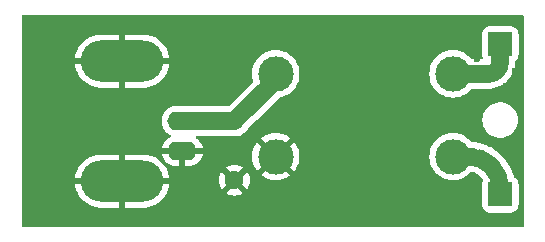
<source format=gbl>
%TF.GenerationSoftware,KiCad,Pcbnew,8.0.8*%
%TF.CreationDate,2025-01-20T02:54:04+01:00*%
%TF.ProjectId,EFHW unun,45464857-2075-46e7-956e-2e6b69636164,rev?*%
%TF.SameCoordinates,Original*%
%TF.FileFunction,Copper,L2,Bot*%
%TF.FilePolarity,Positive*%
%FSLAX46Y46*%
G04 Gerber Fmt 4.6, Leading zero omitted, Abs format (unit mm)*
G04 Created by KiCad (PCBNEW 8.0.8) date 2025-01-20 02:54:04*
%MOMM*%
%LPD*%
G01*
G04 APERTURE LIST*
G04 Aperture macros list*
%AMRoundRect*
0 Rectangle with rounded corners*
0 $1 Rounding radius*
0 $2 $3 $4 $5 $6 $7 $8 $9 X,Y pos of 4 corners*
0 Add a 4 corners polygon primitive as box body*
4,1,4,$2,$3,$4,$5,$6,$7,$8,$9,$2,$3,0*
0 Add four circle primitives for the rounded corners*
1,1,$1+$1,$2,$3*
1,1,$1+$1,$4,$5*
1,1,$1+$1,$6,$7*
1,1,$1+$1,$8,$9*
0 Add four rect primitives between the rounded corners*
20,1,$1+$1,$2,$3,$4,$5,0*
20,1,$1+$1,$4,$5,$6,$7,0*
20,1,$1+$1,$6,$7,$8,$9,0*
20,1,$1+$1,$8,$9,$2,$3,0*%
G04 Aperture macros list end*
%TA.AperFunction,ComponentPad*%
%ADD10C,3.000000*%
%TD*%
%TA.AperFunction,ComponentPad*%
%ADD11C,1.600000*%
%TD*%
%TA.AperFunction,ComponentPad*%
%ADD12RoundRect,0.250001X-0.799999X-0.799999X0.799999X-0.799999X0.799999X0.799999X-0.799999X0.799999X0*%
%TD*%
%TA.AperFunction,ComponentPad*%
%ADD13O,2.500000X1.600000*%
%TD*%
%TA.AperFunction,ComponentPad*%
%ADD14O,7.000000X3.500000*%
%TD*%
%TA.AperFunction,ViaPad*%
%ADD15C,0.600000*%
%TD*%
%TA.AperFunction,Conductor*%
%ADD16C,1.500000*%
%TD*%
%ADD17C,0.300000*%
%ADD18C,0.350000*%
G04 APERTURE END LIST*
D10*
%TO.P,FT50-43,1*%
%TO.N,GND*%
X155000000Y-95000000D03*
%TO.P,FT50-43,2*%
%TO.N,Net-(ANT1-Pin_1)*%
X170000000Y-95000000D03*
%TO.P,FT50-43,3*%
%TO.N,Net-(BNC1-In)*%
X155000000Y-88000000D03*
%TO.P,FT50-43,4*%
%TO.N,Net-(ANT2-Pin_1)*%
X170000000Y-88000000D03*
%TD*%
D11*
%TO.P,C1,1*%
%TO.N,Net-(BNC1-In)*%
X151500000Y-92000000D03*
%TO.P,C1,2*%
%TO.N,GND*%
X151500000Y-97000000D03*
%TD*%
D12*
%TO.P,EF,1,Pin_1*%
%TO.N,Net-(ANT1-Pin_1)*%
X174000000Y-98200000D03*
%TD*%
%TO.P,DP,1,Pin_1*%
%TO.N,Net-(ANT2-Pin_1)*%
X174000000Y-85500000D03*
%TD*%
D13*
%TO.P,BNC,1,In*%
%TO.N,Net-(BNC1-In)*%
X147080000Y-92000000D03*
D14*
%TO.P,BNC,2,Ext*%
%TO.N,GND*%
X142000000Y-97080000D03*
D13*
X147080000Y-94540000D03*
D14*
X142000000Y-86920000D03*
%TD*%
D15*
%TO.N,GND*%
X175000000Y-83500000D03*
X154000000Y-92250000D03*
X161000000Y-83500000D03*
X171000000Y-83500000D03*
X172000000Y-86750000D03*
X173500000Y-93750000D03*
X167000000Y-100500000D03*
X175500000Y-96250000D03*
X175250000Y-87750000D03*
X151000000Y-100500000D03*
X141000000Y-100500000D03*
X161000000Y-100500000D03*
X134000000Y-95000000D03*
X137000000Y-100500000D03*
X165000000Y-100500000D03*
X171000000Y-100500000D03*
X145000000Y-100500000D03*
X134000000Y-89000000D03*
X134000000Y-87000000D03*
X135000000Y-100500000D03*
X172000000Y-93250000D03*
X148500000Y-90250000D03*
X139000000Y-100500000D03*
X157000000Y-83500000D03*
X152250000Y-93750000D03*
X174750000Y-94750000D03*
X157000000Y-100500000D03*
X137000000Y-83500000D03*
X165000000Y-83500000D03*
X134000000Y-85000000D03*
X163000000Y-83500000D03*
X173000000Y-100500000D03*
X153000000Y-100500000D03*
X134000000Y-91000000D03*
X171750000Y-97000000D03*
X159000000Y-100500000D03*
X150750000Y-90000000D03*
X145000000Y-83500000D03*
X155000000Y-83500000D03*
X153000000Y-83500000D03*
X163000000Y-100500000D03*
X149500000Y-94000000D03*
X173250000Y-89500000D03*
X155000000Y-100500000D03*
X139000000Y-83500000D03*
X155500000Y-90750000D03*
X147000000Y-83500000D03*
X143000000Y-100500000D03*
X141000000Y-83500000D03*
X134000000Y-93000000D03*
X152250000Y-88500000D03*
X169000000Y-100500000D03*
X169000000Y-83500000D03*
X134000000Y-99000000D03*
X149000000Y-83500000D03*
X134000000Y-97000000D03*
X135000000Y-83500000D03*
X174500000Y-89000000D03*
X172000000Y-89500000D03*
X143000000Y-83500000D03*
X167000000Y-83500000D03*
X175000000Y-100500000D03*
X151000000Y-83500000D03*
X149000000Y-100500000D03*
X173000000Y-83500000D03*
X147000000Y-100500000D03*
X159000000Y-83500000D03*
%TD*%
D16*
%TO.N,Net-(ANT1-Pin_1)*%
X174000000Y-97600000D02*
X174000000Y-98200000D01*
X173107106Y-95707106D02*
X173292893Y-95892893D01*
X171400000Y-95000000D02*
X170000000Y-95000000D01*
X173292893Y-95892893D02*
G75*
G02*
X174000004Y-97600000I-1707093J-1707107D01*
G01*
X173107106Y-95707106D02*
G75*
G03*
X171400000Y-94999996I-1707106J-1707094D01*
G01*
%TO.N,Net-(BNC1-In)*%
X155000000Y-88500000D02*
X151500000Y-92000000D01*
X155000000Y-88000000D02*
X155000000Y-88500000D01*
X147080000Y-92000000D02*
X151500000Y-92000000D01*
%TO.N,Net-(ANT2-Pin_1)*%
X174000000Y-87000000D02*
X174000000Y-85500000D01*
X173000000Y-88000000D02*
X170000000Y-88000000D01*
X173000000Y-88000000D02*
G75*
G03*
X174000000Y-87000000I0J1000000D01*
G01*
%TD*%
%TA.AperFunction,Conductor*%
%TO.N,GND*%
G36*
X175942539Y-83020185D02*
G01*
X175988294Y-83072989D01*
X175999500Y-83124500D01*
X175999500Y-100875500D01*
X175979815Y-100942539D01*
X175927011Y-100988294D01*
X175875500Y-100999500D01*
X133624500Y-100999500D01*
X133557461Y-100979815D01*
X133511706Y-100927011D01*
X133500500Y-100875500D01*
X133500500Y-96830000D01*
X138013497Y-96830000D01*
X141025038Y-96830000D01*
X140995000Y-96981016D01*
X140995000Y-97178984D01*
X141025038Y-97330000D01*
X138013498Y-97330000D01*
X138038496Y-97519884D01*
X138038499Y-97519897D01*
X138114835Y-97804790D01*
X138114838Y-97804800D01*
X138227704Y-98077281D01*
X138227709Y-98077292D01*
X138375174Y-98332707D01*
X138375185Y-98332723D01*
X138554729Y-98566709D01*
X138554735Y-98566716D01*
X138763283Y-98775264D01*
X138763290Y-98775270D01*
X138997276Y-98954814D01*
X138997292Y-98954825D01*
X139252707Y-99102290D01*
X139252718Y-99102295D01*
X139525199Y-99215161D01*
X139525209Y-99215164D01*
X139810102Y-99291500D01*
X139810115Y-99291503D01*
X140102516Y-99329998D01*
X140102534Y-99330000D01*
X141750000Y-99330000D01*
X141750000Y-98054961D01*
X141901016Y-98085000D01*
X142098984Y-98085000D01*
X142250000Y-98054961D01*
X142250000Y-99330000D01*
X143897466Y-99330000D01*
X143897483Y-99329998D01*
X144189884Y-99291503D01*
X144189897Y-99291500D01*
X144474790Y-99215164D01*
X144474800Y-99215161D01*
X144747281Y-99102295D01*
X144747292Y-99102290D01*
X145002707Y-98954825D01*
X145002723Y-98954814D01*
X145236709Y-98775270D01*
X145236716Y-98775264D01*
X145445264Y-98566716D01*
X145445270Y-98566709D01*
X145624814Y-98332723D01*
X145624825Y-98332707D01*
X145772290Y-98077292D01*
X145772295Y-98077281D01*
X145885161Y-97804800D01*
X145885164Y-97804790D01*
X145961500Y-97519897D01*
X145961503Y-97519884D01*
X145986502Y-97330000D01*
X142974962Y-97330000D01*
X143005000Y-97178984D01*
X143005000Y-96999997D01*
X150195034Y-96999997D01*
X150195034Y-97000002D01*
X150214858Y-97226599D01*
X150214860Y-97226610D01*
X150273730Y-97446317D01*
X150273735Y-97446331D01*
X150369863Y-97652478D01*
X150420974Y-97725472D01*
X151100000Y-97046446D01*
X151100000Y-97052661D01*
X151127259Y-97154394D01*
X151179920Y-97245606D01*
X151254394Y-97320080D01*
X151345606Y-97372741D01*
X151447339Y-97400000D01*
X151453553Y-97400000D01*
X150774526Y-98079025D01*
X150847513Y-98130132D01*
X150847521Y-98130136D01*
X151053668Y-98226264D01*
X151053682Y-98226269D01*
X151273389Y-98285139D01*
X151273400Y-98285141D01*
X151499998Y-98304966D01*
X151500002Y-98304966D01*
X151726599Y-98285141D01*
X151726610Y-98285139D01*
X151946317Y-98226269D01*
X151946331Y-98226264D01*
X152152478Y-98130136D01*
X152225471Y-98079024D01*
X151546447Y-97400000D01*
X151552661Y-97400000D01*
X151654394Y-97372741D01*
X151745606Y-97320080D01*
X151820080Y-97245606D01*
X151872741Y-97154394D01*
X151900000Y-97052661D01*
X151900000Y-97046447D01*
X152579024Y-97725471D01*
X152630136Y-97652478D01*
X152726264Y-97446331D01*
X152726269Y-97446317D01*
X152785139Y-97226610D01*
X152785141Y-97226599D01*
X152804966Y-97000002D01*
X152804966Y-96999997D01*
X152785141Y-96773400D01*
X152785139Y-96773389D01*
X152726269Y-96553682D01*
X152726264Y-96553668D01*
X152630136Y-96347521D01*
X152630132Y-96347513D01*
X152579025Y-96274526D01*
X151900000Y-96953551D01*
X151900000Y-96947339D01*
X151872741Y-96845606D01*
X151820080Y-96754394D01*
X151745606Y-96679920D01*
X151654394Y-96627259D01*
X151552661Y-96600000D01*
X151546445Y-96600000D01*
X152225472Y-95920974D01*
X152152478Y-95869863D01*
X151946331Y-95773735D01*
X151946317Y-95773730D01*
X151726610Y-95714860D01*
X151726599Y-95714858D01*
X151500002Y-95695034D01*
X151499998Y-95695034D01*
X151273400Y-95714858D01*
X151273389Y-95714860D01*
X151053682Y-95773730D01*
X151053673Y-95773734D01*
X150847516Y-95869866D01*
X150847512Y-95869868D01*
X150774526Y-95920973D01*
X150774526Y-95920974D01*
X151453553Y-96600000D01*
X151447339Y-96600000D01*
X151345606Y-96627259D01*
X151254394Y-96679920D01*
X151179920Y-96754394D01*
X151127259Y-96845606D01*
X151100000Y-96947339D01*
X151100000Y-96953552D01*
X150420974Y-96274526D01*
X150420973Y-96274526D01*
X150369868Y-96347512D01*
X150369866Y-96347516D01*
X150273734Y-96553673D01*
X150273730Y-96553682D01*
X150214860Y-96773389D01*
X150214858Y-96773400D01*
X150195034Y-96999997D01*
X143005000Y-96999997D01*
X143005000Y-96981016D01*
X142974962Y-96830000D01*
X145986502Y-96830000D01*
X145961503Y-96640115D01*
X145961500Y-96640102D01*
X145885164Y-96355209D01*
X145885161Y-96355199D01*
X145772295Y-96082718D01*
X145772290Y-96082707D01*
X145624825Y-95827292D01*
X145624814Y-95827276D01*
X145445270Y-95593290D01*
X145445264Y-95593283D01*
X145236716Y-95384735D01*
X145236709Y-95384729D01*
X145002723Y-95205185D01*
X145002707Y-95205174D01*
X144747292Y-95057709D01*
X144747281Y-95057704D01*
X144474800Y-94944838D01*
X144474790Y-94944835D01*
X144189897Y-94868499D01*
X144189884Y-94868496D01*
X143897483Y-94830001D01*
X143897466Y-94830000D01*
X142250000Y-94830000D01*
X142250000Y-96105038D01*
X142098984Y-96075000D01*
X141901016Y-96075000D01*
X141750000Y-96105038D01*
X141750000Y-94830000D01*
X140102534Y-94830000D01*
X140102516Y-94830001D01*
X139810115Y-94868496D01*
X139810102Y-94868499D01*
X139525209Y-94944835D01*
X139525199Y-94944838D01*
X139252718Y-95057704D01*
X139252707Y-95057709D01*
X138997292Y-95205174D01*
X138997276Y-95205185D01*
X138763290Y-95384729D01*
X138763283Y-95384735D01*
X138554735Y-95593283D01*
X138554729Y-95593290D01*
X138375185Y-95827276D01*
X138375174Y-95827292D01*
X138227709Y-96082707D01*
X138227704Y-96082718D01*
X138114838Y-96355199D01*
X138114835Y-96355209D01*
X138038499Y-96640102D01*
X138038496Y-96640115D01*
X138013497Y-96830000D01*
X133500500Y-96830000D01*
X133500500Y-91897648D01*
X145329500Y-91897648D01*
X145329500Y-92102351D01*
X145361522Y-92304534D01*
X145424781Y-92499223D01*
X145480964Y-92609487D01*
X145503003Y-92652741D01*
X145517715Y-92681613D01*
X145638028Y-92847213D01*
X145782786Y-92991971D01*
X145937749Y-93104556D01*
X145948390Y-93112287D01*
X146020424Y-93148990D01*
X146041629Y-93159795D01*
X146092425Y-93207770D01*
X146109220Y-93275591D01*
X146086682Y-93341726D01*
X146041629Y-93380765D01*
X145948650Y-93428140D01*
X145783105Y-93548417D01*
X145783104Y-93548417D01*
X145638417Y-93693104D01*
X145638417Y-93693105D01*
X145518140Y-93858650D01*
X145425244Y-94040970D01*
X145362009Y-94235586D01*
X145353391Y-94290000D01*
X146710496Y-94290000D01*
X146665326Y-94368236D01*
X146635000Y-94481415D01*
X146635000Y-94598585D01*
X146665326Y-94711764D01*
X146710496Y-94790000D01*
X145353391Y-94790000D01*
X145362009Y-94844413D01*
X145425244Y-95039029D01*
X145518140Y-95221349D01*
X145638417Y-95386894D01*
X145638417Y-95386895D01*
X145783104Y-95531582D01*
X145948650Y-95651859D01*
X146130968Y-95744755D01*
X146325582Y-95807990D01*
X146527683Y-95840000D01*
X146830000Y-95840000D01*
X146830000Y-94909504D01*
X146908236Y-94954674D01*
X147021415Y-94985000D01*
X147138585Y-94985000D01*
X147251764Y-94954674D01*
X147330000Y-94909504D01*
X147330000Y-95840000D01*
X147632317Y-95840000D01*
X147834417Y-95807990D01*
X148029031Y-95744755D01*
X148211349Y-95651859D01*
X148376894Y-95531582D01*
X148376895Y-95531582D01*
X148521582Y-95386895D01*
X148521582Y-95386894D01*
X148641859Y-95221349D01*
X148734755Y-95039029D01*
X148747437Y-94999998D01*
X152994891Y-94999998D01*
X152994891Y-95000001D01*
X153015300Y-95285362D01*
X153076109Y-95564895D01*
X153176091Y-95832958D01*
X153313191Y-96084038D01*
X153313196Y-96084046D01*
X153419882Y-96226562D01*
X153419883Y-96226563D01*
X154435387Y-95211059D01*
X154440889Y-95231591D01*
X154519881Y-95368408D01*
X154631592Y-95480119D01*
X154768409Y-95559111D01*
X154788940Y-95564612D01*
X153773435Y-96580115D01*
X153773436Y-96580116D01*
X153915953Y-96686803D01*
X153915961Y-96686808D01*
X154167042Y-96823908D01*
X154167041Y-96823908D01*
X154435104Y-96923890D01*
X154714637Y-96984699D01*
X154999999Y-97005109D01*
X155000001Y-97005109D01*
X155285362Y-96984699D01*
X155564895Y-96923890D01*
X155832958Y-96823908D01*
X156084038Y-96686808D01*
X156084039Y-96686807D01*
X156226563Y-96580115D01*
X155211059Y-95564612D01*
X155231591Y-95559111D01*
X155368408Y-95480119D01*
X155480119Y-95368408D01*
X155559111Y-95231591D01*
X155564612Y-95211059D01*
X156580115Y-96226563D01*
X156686807Y-96084039D01*
X156686808Y-96084038D01*
X156823908Y-95832958D01*
X156923890Y-95564895D01*
X156984699Y-95285362D01*
X157005109Y-95000001D01*
X157005109Y-94999998D01*
X167994390Y-94999998D01*
X167994390Y-95000001D01*
X168014804Y-95285433D01*
X168075628Y-95565037D01*
X168075630Y-95565043D01*
X168075631Y-95565046D01*
X168153468Y-95773734D01*
X168175635Y-95833166D01*
X168312770Y-96084309D01*
X168312775Y-96084317D01*
X168484254Y-96313387D01*
X168484270Y-96313405D01*
X168686594Y-96515729D01*
X168686612Y-96515745D01*
X168915682Y-96687224D01*
X168915690Y-96687229D01*
X169166833Y-96824364D01*
X169166832Y-96824364D01*
X169166836Y-96824365D01*
X169166839Y-96824367D01*
X169434954Y-96924369D01*
X169434960Y-96924370D01*
X169434962Y-96924371D01*
X169714566Y-96985195D01*
X169714568Y-96985195D01*
X169714572Y-96985196D01*
X169968220Y-97003337D01*
X169999999Y-97005610D01*
X170000000Y-97005610D01*
X170000001Y-97005610D01*
X170028595Y-97003564D01*
X170285428Y-96985196D01*
X170304644Y-96981016D01*
X170565037Y-96924371D01*
X170565037Y-96924370D01*
X170565046Y-96924369D01*
X170833161Y-96824367D01*
X171084315Y-96687226D01*
X171313395Y-96515739D01*
X171515739Y-96313395D01*
X171518638Y-96310496D01*
X171579961Y-96277011D01*
X171635263Y-96277602D01*
X171750122Y-96305178D01*
X171768610Y-96311185D01*
X171919299Y-96373603D01*
X171936633Y-96382436D01*
X172075686Y-96467648D01*
X172091428Y-96479085D01*
X172219183Y-96588198D01*
X172226332Y-96594807D01*
X172300460Y-96668935D01*
X172300470Y-96668944D01*
X172332263Y-96700737D01*
X172332277Y-96700752D01*
X172405209Y-96773683D01*
X172411818Y-96780833D01*
X172520536Y-96908125D01*
X172549107Y-96971887D01*
X172538670Y-97040972D01*
X172531786Y-97053752D01*
X172515189Y-97080661D01*
X172515186Y-97080666D01*
X172460001Y-97247203D01*
X172460001Y-97247204D01*
X172460000Y-97247204D01*
X172449500Y-97349984D01*
X172449500Y-99050015D01*
X172460000Y-99152795D01*
X172460001Y-99152797D01*
X172480667Y-99215164D01*
X172515186Y-99319335D01*
X172515187Y-99319337D01*
X172607286Y-99468651D01*
X172607289Y-99468655D01*
X172731344Y-99592710D01*
X172731348Y-99592713D01*
X172880662Y-99684812D01*
X172880664Y-99684813D01*
X172880666Y-99684814D01*
X173047203Y-99739999D01*
X173149992Y-99750500D01*
X173149997Y-99750500D01*
X174850003Y-99750500D01*
X174850008Y-99750500D01*
X174952797Y-99739999D01*
X175119334Y-99684814D01*
X175268655Y-99592711D01*
X175392711Y-99468655D01*
X175484814Y-99319334D01*
X175539999Y-99152797D01*
X175550500Y-99050008D01*
X175550500Y-97349992D01*
X175539999Y-97247203D01*
X175484814Y-97080666D01*
X175468213Y-97053752D01*
X175392713Y-96931348D01*
X175392712Y-96931347D01*
X175392711Y-96931345D01*
X175268655Y-96807289D01*
X175189246Y-96758308D01*
X175142522Y-96706360D01*
X175134569Y-96684864D01*
X175130301Y-96668935D01*
X175084217Y-96496947D01*
X174974766Y-96196236D01*
X174922577Y-96084317D01*
X174839528Y-95906217D01*
X174839520Y-95906201D01*
X174729047Y-95714858D01*
X174679518Y-95629072D01*
X174495966Y-95366935D01*
X174290267Y-95121794D01*
X174251061Y-95082588D01*
X174251041Y-95082566D01*
X173917827Y-94749353D01*
X173917781Y-94749311D01*
X173878206Y-94709734D01*
X173633068Y-94504038D01*
X173370932Y-94320487D01*
X173370929Y-94320485D01*
X173370926Y-94320483D01*
X173223881Y-94235586D01*
X173093796Y-94160481D01*
X173093780Y-94160473D01*
X172803779Y-94025242D01*
X172803771Y-94025239D01*
X172803769Y-94025238D01*
X172803762Y-94025235D01*
X172503051Y-93915785D01*
X172289822Y-93858650D01*
X172193947Y-93832960D01*
X172193940Y-93832959D01*
X171878799Y-93777390D01*
X171878801Y-93777390D01*
X171618250Y-93754594D01*
X171553181Y-93729141D01*
X171529793Y-93705379D01*
X171515739Y-93686605D01*
X171515737Y-93686603D01*
X171515729Y-93686594D01*
X171313405Y-93484270D01*
X171313387Y-93484254D01*
X171084317Y-93312775D01*
X171084309Y-93312770D01*
X170833166Y-93175635D01*
X170833167Y-93175635D01*
X170663316Y-93112284D01*
X170565046Y-93075631D01*
X170565043Y-93075630D01*
X170565037Y-93075628D01*
X170285433Y-93014804D01*
X170000001Y-92994390D01*
X169999999Y-92994390D01*
X169714566Y-93014804D01*
X169434962Y-93075628D01*
X169166833Y-93175635D01*
X168915690Y-93312770D01*
X168915682Y-93312775D01*
X168686612Y-93484254D01*
X168686594Y-93484270D01*
X168484270Y-93686594D01*
X168484254Y-93686612D01*
X168312775Y-93915682D01*
X168312770Y-93915690D01*
X168175635Y-94166833D01*
X168075628Y-94434962D01*
X168014804Y-94714566D01*
X167994390Y-94999998D01*
X157005109Y-94999998D01*
X156984699Y-94714637D01*
X156923890Y-94435104D01*
X156823908Y-94167041D01*
X156686808Y-93915961D01*
X156686803Y-93915953D01*
X156580116Y-93773436D01*
X156580115Y-93773435D01*
X155564612Y-94788939D01*
X155559111Y-94768409D01*
X155480119Y-94631592D01*
X155368408Y-94519881D01*
X155231591Y-94440889D01*
X155211058Y-94435387D01*
X156226563Y-93419883D01*
X156226562Y-93419882D01*
X156084046Y-93313196D01*
X156084038Y-93313191D01*
X155832957Y-93176091D01*
X155832958Y-93176091D01*
X155564895Y-93076109D01*
X155285362Y-93015300D01*
X155000001Y-92994891D01*
X154999999Y-92994891D01*
X154714637Y-93015300D01*
X154435104Y-93076109D01*
X154167041Y-93176091D01*
X153915961Y-93313191D01*
X153915953Y-93313196D01*
X153773435Y-93419882D01*
X154788941Y-94435387D01*
X154768409Y-94440889D01*
X154631592Y-94519881D01*
X154519881Y-94631592D01*
X154440889Y-94768409D01*
X154435387Y-94788940D01*
X153419882Y-93773435D01*
X153313196Y-93915953D01*
X153313191Y-93915961D01*
X153176091Y-94167041D01*
X153076109Y-94435104D01*
X153015300Y-94714637D01*
X152994891Y-94999998D01*
X148747437Y-94999998D01*
X148797990Y-94844413D01*
X148806609Y-94790000D01*
X147449504Y-94790000D01*
X147494674Y-94711764D01*
X147525000Y-94598585D01*
X147525000Y-94481415D01*
X147494674Y-94368236D01*
X147449504Y-94290000D01*
X148806609Y-94290000D01*
X148797990Y-94235586D01*
X148734755Y-94040970D01*
X148641859Y-93858650D01*
X148521582Y-93693105D01*
X148521582Y-93693104D01*
X148376895Y-93548417D01*
X148275595Y-93474818D01*
X148232930Y-93419488D01*
X148226951Y-93349874D01*
X148259557Y-93288080D01*
X148320396Y-93253722D01*
X148348481Y-93250500D01*
X151125857Y-93250500D01*
X151157949Y-93254724D01*
X151273308Y-93285635D01*
X151435230Y-93299801D01*
X151499998Y-93305468D01*
X151500000Y-93305468D01*
X151500002Y-93305468D01*
X151556784Y-93300500D01*
X151726692Y-93285635D01*
X151946496Y-93226739D01*
X152152734Y-93130568D01*
X152339139Y-93000047D01*
X152500047Y-92839139D01*
X152630568Y-92652734D01*
X152634285Y-92644762D01*
X152658982Y-92609490D01*
X153368478Y-91899994D01*
X172494357Y-91899994D01*
X172494357Y-91900005D01*
X172514890Y-92147812D01*
X172514892Y-92147824D01*
X172575936Y-92388881D01*
X172675826Y-92616606D01*
X172811833Y-92824782D01*
X172832482Y-92847213D01*
X172980256Y-93007738D01*
X173176491Y-93160474D01*
X173176493Y-93160475D01*
X173389208Y-93275591D01*
X173395190Y-93278828D01*
X173630386Y-93359571D01*
X173875665Y-93400500D01*
X174124335Y-93400500D01*
X174369614Y-93359571D01*
X174604810Y-93278828D01*
X174823509Y-93160474D01*
X175019744Y-93007738D01*
X175188164Y-92824785D01*
X175324173Y-92616607D01*
X175424063Y-92388881D01*
X175485108Y-92147821D01*
X175488876Y-92102351D01*
X175505643Y-91900005D01*
X175505643Y-91899994D01*
X175485109Y-91652187D01*
X175485107Y-91652175D01*
X175424063Y-91411118D01*
X175324173Y-91183393D01*
X175188166Y-90975217D01*
X175166557Y-90951744D01*
X175019744Y-90792262D01*
X174823509Y-90639526D01*
X174823507Y-90639525D01*
X174823506Y-90639524D01*
X174604811Y-90521172D01*
X174604802Y-90521169D01*
X174369616Y-90440429D01*
X174124335Y-90399500D01*
X173875665Y-90399500D01*
X173630383Y-90440429D01*
X173395197Y-90521169D01*
X173395188Y-90521172D01*
X173176493Y-90639524D01*
X172980257Y-90792261D01*
X172811833Y-90975217D01*
X172675826Y-91183393D01*
X172575936Y-91411118D01*
X172514892Y-91652175D01*
X172514890Y-91652187D01*
X172494357Y-91899994D01*
X153368478Y-91899994D01*
X155256935Y-90011537D01*
X155318253Y-89978055D01*
X155565046Y-89924369D01*
X155833161Y-89824367D01*
X156084315Y-89687226D01*
X156313395Y-89515739D01*
X156515739Y-89313395D01*
X156687226Y-89084315D01*
X156824367Y-88833161D01*
X156924369Y-88565046D01*
X156924371Y-88565037D01*
X156985195Y-88285433D01*
X156985195Y-88285432D01*
X156985196Y-88285428D01*
X157005610Y-88000000D01*
X157005610Y-87999998D01*
X167994390Y-87999998D01*
X167994390Y-88000001D01*
X168014804Y-88285433D01*
X168075628Y-88565037D01*
X168075630Y-88565043D01*
X168075631Y-88565046D01*
X168175633Y-88833161D01*
X168175635Y-88833166D01*
X168312770Y-89084309D01*
X168312775Y-89084317D01*
X168484254Y-89313387D01*
X168484270Y-89313405D01*
X168686594Y-89515729D01*
X168686612Y-89515745D01*
X168915682Y-89687224D01*
X168915690Y-89687229D01*
X169166833Y-89824364D01*
X169166832Y-89824364D01*
X169166836Y-89824365D01*
X169166839Y-89824367D01*
X169434954Y-89924369D01*
X169434960Y-89924370D01*
X169434962Y-89924371D01*
X169714566Y-89985195D01*
X169714568Y-89985195D01*
X169714572Y-89985196D01*
X169968220Y-90003337D01*
X169999999Y-90005610D01*
X170000000Y-90005610D01*
X170000001Y-90005610D01*
X170028595Y-90003564D01*
X170285428Y-89985196D01*
X170318260Y-89978054D01*
X170565037Y-89924371D01*
X170565037Y-89924370D01*
X170565046Y-89924369D01*
X170833161Y-89824367D01*
X171084315Y-89687226D01*
X171313395Y-89515739D01*
X171515739Y-89313395D01*
X171525626Y-89300188D01*
X171581560Y-89258318D01*
X171624892Y-89250500D01*
X173136132Y-89250500D01*
X173176971Y-89245540D01*
X173406405Y-89217682D01*
X173670754Y-89152526D01*
X173925322Y-89055981D01*
X174166397Y-88929456D01*
X174390462Y-88774794D01*
X174594252Y-88594252D01*
X174774794Y-88390462D01*
X174929456Y-88166397D01*
X175055981Y-87925322D01*
X175152526Y-87670754D01*
X175217682Y-87406405D01*
X175250500Y-87136130D01*
X175250500Y-87000000D01*
X175250500Y-86962228D01*
X175270185Y-86895189D01*
X175286819Y-86874547D01*
X175392711Y-86768655D01*
X175484814Y-86619334D01*
X175539999Y-86452797D01*
X175550500Y-86350008D01*
X175550500Y-84649992D01*
X175539999Y-84547203D01*
X175484814Y-84380666D01*
X175392711Y-84231345D01*
X175268655Y-84107289D01*
X175268651Y-84107286D01*
X175119337Y-84015187D01*
X175119335Y-84015186D01*
X175036065Y-83987593D01*
X174952797Y-83960001D01*
X174952795Y-83960000D01*
X174850015Y-83949500D01*
X174850008Y-83949500D01*
X173149992Y-83949500D01*
X173149984Y-83949500D01*
X173047204Y-83960000D01*
X173047203Y-83960001D01*
X172880664Y-84015186D01*
X172880662Y-84015187D01*
X172731348Y-84107286D01*
X172731344Y-84107289D01*
X172607289Y-84231344D01*
X172607286Y-84231348D01*
X172515187Y-84380662D01*
X172515186Y-84380664D01*
X172460001Y-84547203D01*
X172460000Y-84547204D01*
X172449500Y-84649984D01*
X172449500Y-86350015D01*
X172460000Y-86452795D01*
X172504305Y-86586496D01*
X172506707Y-86656324D01*
X172470975Y-86716366D01*
X172408455Y-86747559D01*
X172386599Y-86749500D01*
X171624892Y-86749500D01*
X171557853Y-86729815D01*
X171525626Y-86699812D01*
X171515742Y-86686609D01*
X171515729Y-86686594D01*
X171313405Y-86484270D01*
X171313387Y-86484254D01*
X171084317Y-86312775D01*
X171084309Y-86312770D01*
X170833166Y-86175635D01*
X170833167Y-86175635D01*
X170725915Y-86135632D01*
X170565046Y-86075631D01*
X170565043Y-86075630D01*
X170565037Y-86075628D01*
X170285433Y-86014804D01*
X170000001Y-85994390D01*
X169999999Y-85994390D01*
X169714566Y-86014804D01*
X169434962Y-86075628D01*
X169166833Y-86175635D01*
X168915690Y-86312770D01*
X168915682Y-86312775D01*
X168686612Y-86484254D01*
X168686594Y-86484270D01*
X168484270Y-86686594D01*
X168484254Y-86686612D01*
X168312775Y-86915682D01*
X168312770Y-86915690D01*
X168175635Y-87166833D01*
X168075628Y-87434962D01*
X168014804Y-87714566D01*
X167994390Y-87999998D01*
X157005610Y-87999998D01*
X156985196Y-87714572D01*
X156982164Y-87700635D01*
X156924371Y-87434962D01*
X156924370Y-87434960D01*
X156924369Y-87434954D01*
X156824367Y-87166839D01*
X156687226Y-86915685D01*
X156525626Y-86699812D01*
X156515745Y-86686612D01*
X156515729Y-86686594D01*
X156313405Y-86484270D01*
X156313387Y-86484254D01*
X156084317Y-86312775D01*
X156084309Y-86312770D01*
X155833166Y-86175635D01*
X155833167Y-86175635D01*
X155725915Y-86135632D01*
X155565046Y-86075631D01*
X155565043Y-86075630D01*
X155565037Y-86075628D01*
X155285433Y-86014804D01*
X155000001Y-85994390D01*
X154999999Y-85994390D01*
X154714566Y-86014804D01*
X154434962Y-86075628D01*
X154166833Y-86175635D01*
X153915690Y-86312770D01*
X153915682Y-86312775D01*
X153686612Y-86484254D01*
X153686594Y-86484270D01*
X153484270Y-86686594D01*
X153484254Y-86686612D01*
X153312775Y-86915682D01*
X153312770Y-86915690D01*
X153175635Y-87166833D01*
X153075628Y-87434962D01*
X153014804Y-87714566D01*
X152994390Y-87999998D01*
X152994390Y-88000001D01*
X153014804Y-88285433D01*
X153076572Y-88569373D01*
X153075528Y-88569600D01*
X153075517Y-88634572D01*
X153044227Y-88687297D01*
X151018345Y-90713181D01*
X150957022Y-90746666D01*
X150930664Y-90749500D01*
X147909502Y-90749500D01*
X147871184Y-90743431D01*
X147834535Y-90731523D01*
X147718729Y-90713181D01*
X147632352Y-90699500D01*
X146527648Y-90699500D01*
X146503329Y-90703351D01*
X146325465Y-90731522D01*
X146130776Y-90794781D01*
X145948386Y-90887715D01*
X145782786Y-91008028D01*
X145638028Y-91152786D01*
X145517715Y-91318386D01*
X145424781Y-91500776D01*
X145361522Y-91695465D01*
X145329500Y-91897648D01*
X133500500Y-91897648D01*
X133500500Y-86670000D01*
X138013497Y-86670000D01*
X141025038Y-86670000D01*
X140995000Y-86821016D01*
X140995000Y-87018984D01*
X141025038Y-87170000D01*
X138013498Y-87170000D01*
X138038496Y-87359884D01*
X138038499Y-87359897D01*
X138114835Y-87644790D01*
X138114838Y-87644800D01*
X138227704Y-87917281D01*
X138227709Y-87917292D01*
X138375174Y-88172707D01*
X138375185Y-88172723D01*
X138554729Y-88406709D01*
X138554735Y-88406716D01*
X138763283Y-88615264D01*
X138763290Y-88615270D01*
X138997276Y-88794814D01*
X138997292Y-88794825D01*
X139252707Y-88942290D01*
X139252718Y-88942295D01*
X139525199Y-89055161D01*
X139525209Y-89055164D01*
X139810102Y-89131500D01*
X139810115Y-89131503D01*
X140102516Y-89169998D01*
X140102534Y-89170000D01*
X141750000Y-89170000D01*
X141750000Y-87894961D01*
X141901016Y-87925000D01*
X142098984Y-87925000D01*
X142250000Y-87894961D01*
X142250000Y-89170000D01*
X143897466Y-89170000D01*
X143897483Y-89169998D01*
X144189884Y-89131503D01*
X144189897Y-89131500D01*
X144474790Y-89055164D01*
X144474800Y-89055161D01*
X144747281Y-88942295D01*
X144747292Y-88942290D01*
X145002707Y-88794825D01*
X145002723Y-88794814D01*
X145236709Y-88615270D01*
X145236716Y-88615264D01*
X145445264Y-88406716D01*
X145445270Y-88406709D01*
X145624814Y-88172723D01*
X145624825Y-88172707D01*
X145772290Y-87917292D01*
X145772295Y-87917281D01*
X145885161Y-87644800D01*
X145885164Y-87644790D01*
X145961500Y-87359897D01*
X145961503Y-87359884D01*
X145986502Y-87170000D01*
X142974962Y-87170000D01*
X143005000Y-87018984D01*
X143005000Y-86821016D01*
X142974962Y-86670000D01*
X145986502Y-86670000D01*
X145961503Y-86480115D01*
X145961500Y-86480102D01*
X145885164Y-86195209D01*
X145885161Y-86195199D01*
X145772295Y-85922718D01*
X145772290Y-85922707D01*
X145624825Y-85667292D01*
X145624814Y-85667276D01*
X145445270Y-85433290D01*
X145445264Y-85433283D01*
X145236716Y-85224735D01*
X145236709Y-85224729D01*
X145002723Y-85045185D01*
X145002707Y-85045174D01*
X144747292Y-84897709D01*
X144747281Y-84897704D01*
X144474800Y-84784838D01*
X144474790Y-84784835D01*
X144189897Y-84708499D01*
X144189884Y-84708496D01*
X143897483Y-84670001D01*
X143897466Y-84670000D01*
X142250000Y-84670000D01*
X142250000Y-85945038D01*
X142098984Y-85915000D01*
X141901016Y-85915000D01*
X141750000Y-85945038D01*
X141750000Y-84670000D01*
X140102534Y-84670000D01*
X140102516Y-84670001D01*
X139810115Y-84708496D01*
X139810102Y-84708499D01*
X139525209Y-84784835D01*
X139525199Y-84784838D01*
X139252718Y-84897704D01*
X139252707Y-84897709D01*
X138997292Y-85045174D01*
X138997276Y-85045185D01*
X138763290Y-85224729D01*
X138763283Y-85224735D01*
X138554735Y-85433283D01*
X138554729Y-85433290D01*
X138375185Y-85667276D01*
X138375174Y-85667292D01*
X138227709Y-85922707D01*
X138227704Y-85922718D01*
X138114838Y-86195199D01*
X138114835Y-86195209D01*
X138038499Y-86480102D01*
X138038496Y-86480115D01*
X138013497Y-86670000D01*
X133500500Y-86670000D01*
X133500500Y-83124500D01*
X133520185Y-83057461D01*
X133572989Y-83011706D01*
X133624500Y-83000500D01*
X175875500Y-83000500D01*
X175942539Y-83020185D01*
G37*
%TD.AperFunction*%
%TD*%
%TA.AperFunction,Conductor*%
%TO.N,Net-(BNC1-In)*%
G36*
X155746573Y-87253427D02*
G01*
X155750000Y-87261700D01*
X155750000Y-88738300D01*
X155746573Y-88746573D01*
X155738300Y-88750000D01*
X154261700Y-88750000D01*
X154253427Y-88746573D01*
X154250000Y-88738300D01*
X154250000Y-87261700D01*
X154253427Y-87253427D01*
X154261700Y-87250000D01*
X155738300Y-87250000D01*
X155746573Y-87253427D01*
G37*
%TD.AperFunction*%
%TD*%
D17*
X175000000Y-83500000D03*
X154000000Y-92250000D03*
X161000000Y-83500000D03*
X171000000Y-83500000D03*
X172000000Y-86750000D03*
X173500000Y-93750000D03*
X167000000Y-100500000D03*
X175500000Y-96250000D03*
X175250000Y-87750000D03*
X151000000Y-100500000D03*
X141000000Y-100500000D03*
X161000000Y-100500000D03*
X134000000Y-95000000D03*
X137000000Y-100500000D03*
X165000000Y-100500000D03*
X171000000Y-100500000D03*
X145000000Y-100500000D03*
X134000000Y-89000000D03*
X134000000Y-87000000D03*
X135000000Y-100500000D03*
X172000000Y-93250000D03*
X148500000Y-90250000D03*
X139000000Y-100500000D03*
X157000000Y-83500000D03*
X152250000Y-93750000D03*
X174750000Y-94750000D03*
X157000000Y-100500000D03*
X137000000Y-83500000D03*
X165000000Y-83500000D03*
X134000000Y-85000000D03*
X163000000Y-83500000D03*
X173000000Y-100500000D03*
X153000000Y-100500000D03*
X134000000Y-91000000D03*
X171750000Y-97000000D03*
X159000000Y-100500000D03*
X150750000Y-90000000D03*
X145000000Y-83500000D03*
X155000000Y-83500000D03*
X153000000Y-83500000D03*
X163000000Y-100500000D03*
X149500000Y-94000000D03*
X173250000Y-89500000D03*
X155000000Y-100500000D03*
X139000000Y-83500000D03*
X155500000Y-90750000D03*
X147000000Y-83500000D03*
X143000000Y-100500000D03*
X141000000Y-83500000D03*
X134000000Y-93000000D03*
X152250000Y-88500000D03*
X169000000Y-100500000D03*
X169000000Y-83500000D03*
X134000000Y-99000000D03*
X149000000Y-83500000D03*
X134000000Y-97000000D03*
X135000000Y-83500000D03*
X174500000Y-89000000D03*
X172000000Y-89500000D03*
X143000000Y-83500000D03*
X167000000Y-83500000D03*
X175000000Y-100500000D03*
X151000000Y-83500000D03*
X149000000Y-100500000D03*
X173000000Y-83500000D03*
X147000000Y-100500000D03*
X159000000Y-83500000D03*
D18*
X155000000Y-95000000D03*
X170000000Y-95000000D03*
X155000000Y-88000000D03*
X170000000Y-88000000D03*
X151500000Y-92000000D03*
X151500000Y-97000000D03*
X174000000Y-98200000D03*
X174000000Y-85500000D03*
X147080000Y-92000000D03*
X142000000Y-97080000D03*
X147080000Y-94540000D03*
X142000000Y-86920000D03*
M02*

</source>
